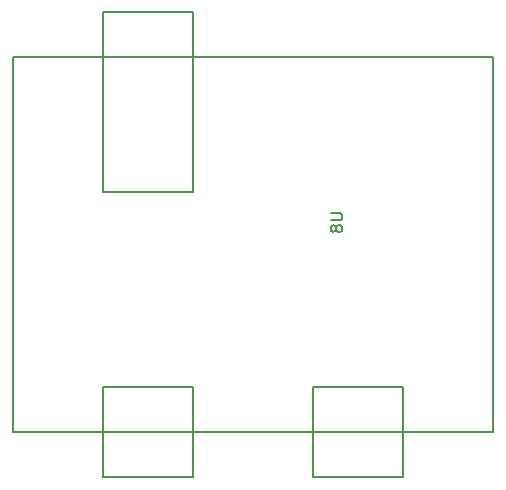
<source format=gbr>
G04 #@! TF.FileFunction,Legend,Bot*
%FSLAX46Y46*%
G04 Gerber Fmt 4.6, Leading zero omitted, Abs format (unit mm)*
G04 Created by KiCad (PCBNEW 4.0.6) date 04/17/17 11:48:57*
%MOMM*%
%LPD*%
G01*
G04 APERTURE LIST*
%ADD10C,0.100000*%
%ADD11C,0.150000*%
G04 APERTURE END LIST*
D10*
D11*
X238760000Y-151384000D02*
X238760000Y-143764000D01*
X231140000Y-151384000D02*
X238760000Y-151384000D01*
X231140000Y-143764000D02*
X231140000Y-151384000D01*
X238760000Y-143764000D02*
X231140000Y-143764000D01*
X220980000Y-143764000D02*
X213360000Y-143764000D01*
X220980000Y-151384000D02*
X220980000Y-143764000D01*
X213360000Y-151384000D02*
X220980000Y-151384000D01*
X213360000Y-143764000D02*
X213360000Y-151384000D01*
X220980000Y-127254000D02*
X213360000Y-127254000D01*
X220980000Y-112014000D02*
X220980000Y-127254000D01*
X213360000Y-112014000D02*
X220980000Y-112014000D01*
X213360000Y-127254000D02*
X213360000Y-112014000D01*
X205740000Y-147574000D02*
X246380000Y-147574000D01*
X205740000Y-115824000D02*
X205740000Y-147574000D01*
X246380000Y-115824000D02*
X205740000Y-115824000D01*
X246380000Y-147574000D02*
X246380000Y-115824000D01*
X232632381Y-129032095D02*
X233441905Y-129032095D01*
X233537143Y-129079714D01*
X233584762Y-129127333D01*
X233632381Y-129222571D01*
X233632381Y-129413048D01*
X233584762Y-129508286D01*
X233537143Y-129555905D01*
X233441905Y-129603524D01*
X232632381Y-129603524D01*
X233060952Y-130222571D02*
X233013333Y-130127333D01*
X232965714Y-130079714D01*
X232870476Y-130032095D01*
X232822857Y-130032095D01*
X232727619Y-130079714D01*
X232680000Y-130127333D01*
X232632381Y-130222571D01*
X232632381Y-130413048D01*
X232680000Y-130508286D01*
X232727619Y-130555905D01*
X232822857Y-130603524D01*
X232870476Y-130603524D01*
X232965714Y-130555905D01*
X233013333Y-130508286D01*
X233060952Y-130413048D01*
X233060952Y-130222571D01*
X233108571Y-130127333D01*
X233156190Y-130079714D01*
X233251429Y-130032095D01*
X233441905Y-130032095D01*
X233537143Y-130079714D01*
X233584762Y-130127333D01*
X233632381Y-130222571D01*
X233632381Y-130413048D01*
X233584762Y-130508286D01*
X233537143Y-130555905D01*
X233441905Y-130603524D01*
X233251429Y-130603524D01*
X233156190Y-130555905D01*
X233108571Y-130508286D01*
X233060952Y-130413048D01*
M02*

</source>
